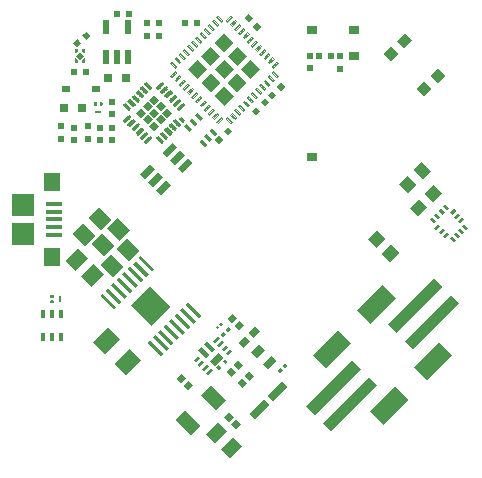
<source format=gbr>
G04 EAGLE Gerber RS-274X export*
G75*
%MOMM*%
%FSLAX34Y34*%
%LPD*%
%INSolderpaste Top*%
%IPPOS*%
%AMOC8*
5,1,8,0,0,1.08239X$1,22.5*%
G01*
%ADD10R,0.800000X0.800000*%
%ADD11R,0.500000X0.500000*%
%ADD12R,0.600000X0.600000*%
%ADD13C,0.140000*%
%ADD14R,0.500000X0.500000*%
%ADD15C,0.101600*%
%ADD16R,1.143000X1.143000*%
%ADD17R,0.300000X0.660000*%
%ADD18R,0.800000X0.600000*%
%ADD19R,0.550000X1.200000*%
%ADD20R,0.508000X0.609600*%
%ADD21R,0.600000X0.254000*%
%ADD22R,0.350000X0.700000*%
%ADD23R,0.860000X0.800000*%
%ADD24R,0.482600X0.482600*%
%ADD25R,0.254000X0.600000*%
%ADD26R,0.600000X0.600000*%
%ADD27R,0.660400X0.965200*%
%ADD28R,0.200000X0.200000*%
%ADD29R,0.558800X0.609600*%
%ADD30R,0.600000X0.800000*%
%ADD31R,0.355600X0.330200*%
%ADD32R,1.117600X1.803400*%
%ADD33R,0.711200X1.752600*%
%ADD34R,1.117600X1.447800*%
%ADD35R,0.550000X0.250000*%
%ADD36R,0.300000X1.600000*%
%ADD37R,2.310000X2.460000*%
%ADD38R,1.400000X1.800000*%
%ADD39R,1.240000X1.500000*%
%ADD40R,0.475000X0.250000*%
%ADD41R,1.075000X1.000000*%
%ADD42R,1.000000X1.100000*%
%ADD43R,0.900000X0.900000*%
%ADD44R,1.000000X5.500000*%
%ADD45R,1.600000X3.000000*%
%ADD46R,1.350000X0.400000*%
%ADD47R,1.400000X1.600000*%
%ADD48R,1.900000X1.900000*%

G36*
X186460Y-143124D02*
X186460Y-143124D01*
X186462Y-143125D01*
X186545Y-143088D01*
X193616Y-136017D01*
X193617Y-136015D01*
X193619Y-136015D01*
X193635Y-135970D01*
X193653Y-135926D01*
X193652Y-135924D01*
X193653Y-135922D01*
X193616Y-135839D01*
X189940Y-132163D01*
X189938Y-132162D01*
X189937Y-132160D01*
X189892Y-132144D01*
X189848Y-132126D01*
X189846Y-132127D01*
X189844Y-132126D01*
X189761Y-132163D01*
X182690Y-139234D01*
X182689Y-139236D01*
X182687Y-139237D01*
X182671Y-139281D01*
X182653Y-139325D01*
X182654Y-139327D01*
X182653Y-139329D01*
X182690Y-139412D01*
X186366Y-143088D01*
X186368Y-143089D01*
X186369Y-143091D01*
X186414Y-143108D01*
X186458Y-143125D01*
X186460Y-143124D01*
G37*
G36*
X184162Y-131282D02*
X184162Y-131282D01*
X184164Y-131282D01*
X184247Y-131246D01*
X186723Y-128770D01*
X186723Y-128768D01*
X186725Y-128767D01*
X186742Y-128723D01*
X186760Y-128679D01*
X186759Y-128677D01*
X186759Y-128675D01*
X186723Y-128592D01*
X180218Y-122087D01*
X180216Y-122086D01*
X180215Y-122084D01*
X180170Y-122067D01*
X180126Y-122050D01*
X180124Y-122051D01*
X180122Y-122050D01*
X180039Y-122087D01*
X177564Y-124562D01*
X177563Y-124564D01*
X177561Y-124565D01*
X177544Y-124610D01*
X177527Y-124653D01*
X177528Y-124655D01*
X177527Y-124657D01*
X177564Y-124741D01*
X184069Y-131246D01*
X184071Y-131246D01*
X184071Y-131248D01*
X184116Y-131265D01*
X184160Y-131283D01*
X184162Y-131282D01*
G37*
G36*
X179213Y-136231D02*
X179213Y-136231D01*
X179215Y-136232D01*
X179298Y-136195D01*
X181773Y-133720D01*
X181774Y-133718D01*
X181776Y-133717D01*
X181792Y-133673D01*
X181810Y-133629D01*
X181809Y-133627D01*
X181810Y-133625D01*
X181773Y-133542D01*
X175268Y-127037D01*
X175266Y-127036D01*
X175265Y-127034D01*
X175220Y-127017D01*
X175176Y-127000D01*
X175174Y-127001D01*
X175172Y-127000D01*
X175089Y-127037D01*
X172614Y-129511D01*
X172613Y-129513D01*
X172611Y-129514D01*
X172595Y-129559D01*
X172577Y-129603D01*
X172578Y-129605D01*
X172577Y-129607D01*
X172614Y-129690D01*
X179119Y-136195D01*
X179121Y-136196D01*
X179122Y-136198D01*
X179167Y-136214D01*
X179211Y-136232D01*
X179213Y-136231D01*
G37*
G36*
X76944Y121479D02*
X76944Y121479D01*
X76944Y121480D01*
X76944Y125380D01*
X76941Y125384D01*
X76940Y125384D01*
X74340Y125384D01*
X74336Y125381D01*
X74336Y125380D01*
X74336Y122980D01*
X74337Y122979D01*
X74337Y122977D01*
X75837Y121477D01*
X75839Y121477D01*
X75840Y121476D01*
X76940Y121476D01*
X76944Y121479D01*
G37*
G36*
X76944Y113379D02*
X76944Y113379D01*
X76944Y113380D01*
X76944Y117280D01*
X76941Y117284D01*
X76940Y117284D01*
X75840Y117284D01*
X75839Y117283D01*
X75837Y117283D01*
X74337Y115783D01*
X74337Y115782D01*
X74336Y115781D01*
X74337Y115781D01*
X74336Y115780D01*
X74336Y113380D01*
X74339Y113376D01*
X74340Y113376D01*
X76940Y113376D01*
X76944Y113379D01*
G37*
G36*
X68942Y121477D02*
X68942Y121477D01*
X68943Y121477D01*
X70443Y122977D01*
X70443Y122979D01*
X70444Y122980D01*
X70444Y125380D01*
X70441Y125384D01*
X70440Y125384D01*
X67840Y125384D01*
X67836Y125381D01*
X67836Y125380D01*
X67836Y121480D01*
X67839Y121476D01*
X67840Y121476D01*
X68940Y121476D01*
X68942Y121477D01*
G37*
G36*
X70444Y113379D02*
X70444Y113379D01*
X70444Y113380D01*
X70444Y115780D01*
X70443Y115782D01*
X70443Y115783D01*
X68943Y117283D01*
X68941Y117283D01*
X68940Y117284D01*
X67840Y117284D01*
X67836Y117281D01*
X67836Y117280D01*
X67836Y113380D01*
X67839Y113376D01*
X67840Y113376D01*
X70440Y113376D01*
X70444Y113379D01*
G37*
G36*
X189857Y-146518D02*
X189857Y-146518D01*
X189859Y-146518D01*
X189943Y-146482D01*
X191708Y-144716D01*
X191709Y-144714D01*
X191711Y-144713D01*
X191727Y-144669D01*
X191745Y-144625D01*
X191744Y-144623D01*
X191745Y-144621D01*
X191708Y-144538D01*
X189728Y-142557D01*
X189726Y-142556D01*
X189725Y-142554D01*
X189680Y-142538D01*
X189636Y-142520D01*
X189634Y-142521D01*
X189632Y-142520D01*
X189549Y-142557D01*
X187784Y-144323D01*
X187783Y-144325D01*
X187781Y-144326D01*
X187764Y-144370D01*
X187747Y-144414D01*
X187748Y-144416D01*
X187747Y-144418D01*
X187784Y-144501D01*
X189764Y-146482D01*
X189766Y-146482D01*
X189767Y-146484D01*
X189811Y-146501D01*
X189855Y-146519D01*
X189857Y-146518D01*
G37*
G36*
X195159Y-141215D02*
X195159Y-141215D01*
X195161Y-141215D01*
X195244Y-141179D01*
X197011Y-139412D01*
X197012Y-139410D01*
X197014Y-139409D01*
X197030Y-139365D01*
X197048Y-139321D01*
X197047Y-139319D01*
X197048Y-139317D01*
X197011Y-139233D01*
X195032Y-137255D01*
X195030Y-137254D01*
X195029Y-137252D01*
X194985Y-137236D01*
X194941Y-137218D01*
X194939Y-137219D01*
X194937Y-137218D01*
X194854Y-137255D01*
X193087Y-139022D01*
X193086Y-139024D01*
X193084Y-139025D01*
X193068Y-139069D01*
X193050Y-139113D01*
X193051Y-139115D01*
X193050Y-139117D01*
X193087Y-139200D01*
X195066Y-141179D01*
X195068Y-141179D01*
X195069Y-141181D01*
X195113Y-141198D01*
X195157Y-141216D01*
X195159Y-141215D01*
G37*
G36*
X90885Y77179D02*
X90885Y77179D01*
X91076Y77217D01*
X91077Y77218D01*
X91078Y77218D01*
X91240Y77326D01*
X91241Y77328D01*
X91242Y77328D01*
X91350Y77490D01*
X91350Y77491D01*
X91351Y77492D01*
X91353Y77501D01*
X91356Y77516D01*
X91359Y77531D01*
X91361Y77541D01*
X91364Y77556D01*
X91367Y77571D01*
X91372Y77596D01*
X91374Y77611D01*
X91375Y77611D01*
X91374Y77611D01*
X91379Y77635D01*
X91379Y77636D01*
X91382Y77650D01*
X91385Y77665D01*
X91387Y77675D01*
X91389Y77683D01*
X91389Y77684D01*
X91389Y79684D01*
X91389Y79685D01*
X91351Y79876D01*
X91350Y79877D01*
X91350Y79878D01*
X91242Y80040D01*
X91241Y80041D01*
X91240Y80042D01*
X91078Y80150D01*
X91077Y80150D01*
X91076Y80151D01*
X90885Y80189D01*
X90884Y80189D01*
X89384Y80189D01*
X89383Y80189D01*
X89192Y80151D01*
X89191Y80150D01*
X89190Y80150D01*
X89028Y80042D01*
X89027Y80041D01*
X89026Y80040D01*
X88918Y79878D01*
X88918Y79877D01*
X88917Y79876D01*
X88915Y79863D01*
X88914Y79863D01*
X88915Y79863D01*
X88912Y79848D01*
X88910Y79838D01*
X88907Y79823D01*
X88904Y79808D01*
X88899Y79783D01*
X88896Y79768D01*
X88891Y79744D01*
X88891Y79743D01*
X88888Y79729D01*
X88885Y79714D01*
X88883Y79704D01*
X88880Y79689D01*
X88879Y79685D01*
X88879Y79684D01*
X88879Y77684D01*
X88879Y77683D01*
X88917Y77492D01*
X88918Y77491D01*
X88918Y77490D01*
X89026Y77328D01*
X89028Y77327D01*
X89028Y77326D01*
X89190Y77218D01*
X89191Y77218D01*
X89192Y77217D01*
X89383Y77179D01*
X89384Y77179D01*
X90884Y77179D01*
X90885Y77179D01*
G37*
G36*
X86385Y77179D02*
X86385Y77179D01*
X86576Y77217D01*
X86577Y77218D01*
X86578Y77218D01*
X86740Y77326D01*
X86741Y77328D01*
X86742Y77328D01*
X86850Y77490D01*
X86850Y77491D01*
X86851Y77492D01*
X86853Y77501D01*
X86856Y77516D01*
X86859Y77531D01*
X86861Y77541D01*
X86864Y77556D01*
X86867Y77571D01*
X86872Y77596D01*
X86874Y77611D01*
X86875Y77611D01*
X86874Y77611D01*
X86879Y77635D01*
X86879Y77636D01*
X86882Y77650D01*
X86885Y77665D01*
X86887Y77675D01*
X86889Y77683D01*
X86889Y77684D01*
X86889Y79684D01*
X86889Y79685D01*
X86851Y79876D01*
X86850Y79877D01*
X86850Y79878D01*
X86742Y80040D01*
X86741Y80041D01*
X86740Y80042D01*
X86578Y80150D01*
X86577Y80150D01*
X86576Y80151D01*
X86385Y80189D01*
X86384Y80189D01*
X84884Y80189D01*
X84883Y80189D01*
X84692Y80151D01*
X84691Y80150D01*
X84690Y80150D01*
X84528Y80042D01*
X84527Y80041D01*
X84526Y80040D01*
X84418Y79878D01*
X84418Y79877D01*
X84417Y79876D01*
X84415Y79863D01*
X84414Y79863D01*
X84415Y79863D01*
X84412Y79848D01*
X84410Y79838D01*
X84407Y79823D01*
X84404Y79808D01*
X84399Y79783D01*
X84396Y79768D01*
X84391Y79744D01*
X84391Y79743D01*
X84388Y79729D01*
X84385Y79714D01*
X84383Y79704D01*
X84380Y79689D01*
X84379Y79685D01*
X84379Y79684D01*
X84379Y77684D01*
X84379Y77683D01*
X84417Y77492D01*
X84418Y77491D01*
X84418Y77490D01*
X84526Y77328D01*
X84528Y77327D01*
X84528Y77326D01*
X84690Y77218D01*
X84691Y77218D01*
X84692Y77217D01*
X84883Y77179D01*
X84884Y77179D01*
X86384Y77179D01*
X86385Y77179D01*
G37*
G36*
X49570Y-85619D02*
X49570Y-85619D01*
X49571Y-85619D01*
X49762Y-85581D01*
X49763Y-85580D01*
X49764Y-85580D01*
X49926Y-85472D01*
X49927Y-85471D01*
X49928Y-85470D01*
X50036Y-85308D01*
X50036Y-85307D01*
X50037Y-85306D01*
X50040Y-85290D01*
X50041Y-85285D01*
X50046Y-85260D01*
X50047Y-85255D01*
X50052Y-85230D01*
X50057Y-85205D01*
X50058Y-85200D01*
X50063Y-85175D01*
X50064Y-85170D01*
X50069Y-85145D01*
X50070Y-85140D01*
X50075Y-85115D01*
X50075Y-85114D01*
X50075Y-83614D01*
X50075Y-83613D01*
X50037Y-83422D01*
X50036Y-83421D01*
X50036Y-83420D01*
X49928Y-83258D01*
X49927Y-83257D01*
X49926Y-83256D01*
X49764Y-83148D01*
X49763Y-83148D01*
X49762Y-83147D01*
X49571Y-83109D01*
X49570Y-83109D01*
X47570Y-83109D01*
X47569Y-83109D01*
X47378Y-83147D01*
X47377Y-83148D01*
X47376Y-83148D01*
X47214Y-83256D01*
X47213Y-83258D01*
X47212Y-83258D01*
X47104Y-83420D01*
X47104Y-83421D01*
X47103Y-83422D01*
X47102Y-83428D01*
X47101Y-83433D01*
X47096Y-83458D01*
X47091Y-83483D01*
X47090Y-83488D01*
X47085Y-83513D01*
X47084Y-83518D01*
X47079Y-83543D01*
X47078Y-83548D01*
X47073Y-83573D01*
X47072Y-83578D01*
X47067Y-83603D01*
X47065Y-83613D01*
X47065Y-83614D01*
X47065Y-85114D01*
X47065Y-85115D01*
X47103Y-85306D01*
X47104Y-85307D01*
X47104Y-85308D01*
X47212Y-85470D01*
X47214Y-85471D01*
X47214Y-85472D01*
X47376Y-85580D01*
X47377Y-85580D01*
X47378Y-85581D01*
X47569Y-85619D01*
X47570Y-85619D01*
X49570Y-85619D01*
X49570Y-85619D01*
G37*
G36*
X49570Y-90119D02*
X49570Y-90119D01*
X49571Y-90119D01*
X49762Y-90081D01*
X49763Y-90080D01*
X49764Y-90080D01*
X49926Y-89972D01*
X49927Y-89971D01*
X49928Y-89970D01*
X50036Y-89808D01*
X50036Y-89807D01*
X50037Y-89806D01*
X50040Y-89790D01*
X50041Y-89785D01*
X50046Y-89760D01*
X50047Y-89755D01*
X50052Y-89730D01*
X50057Y-89705D01*
X50058Y-89700D01*
X50063Y-89675D01*
X50064Y-89670D01*
X50069Y-89645D01*
X50070Y-89640D01*
X50075Y-89615D01*
X50075Y-89614D01*
X50075Y-88114D01*
X50075Y-88113D01*
X50037Y-87922D01*
X50036Y-87921D01*
X50036Y-87920D01*
X49928Y-87758D01*
X49927Y-87757D01*
X49926Y-87756D01*
X49764Y-87648D01*
X49763Y-87648D01*
X49762Y-87647D01*
X49571Y-87609D01*
X49570Y-87609D01*
X47570Y-87609D01*
X47569Y-87609D01*
X47378Y-87647D01*
X47377Y-87648D01*
X47376Y-87648D01*
X47214Y-87756D01*
X47213Y-87758D01*
X47212Y-87758D01*
X47104Y-87920D01*
X47104Y-87921D01*
X47103Y-87922D01*
X47102Y-87928D01*
X47101Y-87933D01*
X47096Y-87958D01*
X47091Y-87983D01*
X47090Y-87988D01*
X47085Y-88013D01*
X47084Y-88018D01*
X47079Y-88043D01*
X47078Y-88048D01*
X47073Y-88073D01*
X47072Y-88078D01*
X47067Y-88103D01*
X47065Y-88113D01*
X47065Y-88114D01*
X47065Y-89614D01*
X47065Y-89615D01*
X47103Y-89806D01*
X47104Y-89807D01*
X47104Y-89808D01*
X47212Y-89970D01*
X47214Y-89971D01*
X47214Y-89972D01*
X47376Y-90080D01*
X47377Y-90080D01*
X47378Y-90081D01*
X47569Y-90119D01*
X47570Y-90119D01*
X49570Y-90119D01*
X49570Y-90119D01*
G37*
D10*
X58724Y75184D03*
X73964Y75184D03*
D11*
G36*
X74428Y136913D02*
X78329Y140040D01*
X81456Y136139D01*
X77555Y133012D01*
X74428Y136913D01*
G37*
G36*
X66499Y130561D02*
X70400Y133688D01*
X73527Y129787D01*
X69626Y126660D01*
X66499Y130561D01*
G37*
G36*
X193745Y48605D02*
X190210Y45070D01*
X186675Y48605D01*
X190210Y52140D01*
X193745Y48605D01*
G37*
G36*
X200929Y55789D02*
X197394Y52254D01*
X193859Y55789D01*
X197394Y59324D01*
X200929Y55789D01*
G37*
D12*
G36*
X124196Y66878D02*
X119954Y71120D01*
X124196Y75362D01*
X128438Y71120D01*
X124196Y66878D01*
G37*
G36*
X135128Y66878D02*
X130886Y71120D01*
X135128Y75362D01*
X139370Y71120D01*
X135128Y66878D01*
G37*
G36*
X129662Y72344D02*
X125420Y76586D01*
X129662Y80828D01*
X133904Y76586D01*
X129662Y72344D01*
G37*
G36*
X135128Y77810D02*
X130886Y82052D01*
X135128Y86294D01*
X139370Y82052D01*
X135128Y77810D01*
G37*
G36*
X146060Y66878D02*
X141818Y71120D01*
X146060Y75362D01*
X150302Y71120D01*
X146060Y66878D01*
G37*
G36*
X135128Y55946D02*
X130886Y60188D01*
X135128Y64430D01*
X139370Y60188D01*
X135128Y55946D01*
G37*
G36*
X140594Y61412D02*
X136352Y65654D01*
X140594Y69896D01*
X144836Y65654D01*
X140594Y61412D01*
G37*
G36*
X140594Y72344D02*
X136352Y76586D01*
X140594Y80828D01*
X144836Y76586D01*
X140594Y72344D01*
G37*
G36*
X129662Y61412D02*
X125420Y65654D01*
X129662Y69896D01*
X133904Y65654D01*
X129662Y61412D01*
G37*
D13*
X132651Y92264D02*
X128433Y96482D01*
X132651Y92264D02*
X131661Y91274D01*
X127443Y95492D01*
X128433Y96482D01*
X130331Y92604D02*
X132311Y92604D01*
X130981Y93934D02*
X129001Y93934D01*
X129651Y95264D02*
X127671Y95264D01*
X124898Y92947D02*
X129116Y88729D01*
X128126Y87739D01*
X123908Y91957D01*
X124898Y92947D01*
X126796Y89069D02*
X128776Y89069D01*
X127446Y90399D02*
X125466Y90399D01*
X126116Y91729D02*
X124136Y91729D01*
X121362Y89411D02*
X125580Y85193D01*
X124590Y84203D01*
X120372Y88421D01*
X121362Y89411D01*
X123260Y85533D02*
X125240Y85533D01*
X123910Y86863D02*
X121930Y86863D01*
X122580Y88193D02*
X120600Y88193D01*
X117827Y85876D02*
X122045Y81658D01*
X121055Y80668D01*
X116837Y84886D01*
X117827Y85876D01*
X119725Y81998D02*
X121705Y81998D01*
X120375Y83328D02*
X118395Y83328D01*
X119045Y84658D02*
X117065Y84658D01*
X114291Y82340D02*
X118509Y78122D01*
X117519Y77132D01*
X113301Y81350D01*
X114291Y82340D01*
X116189Y78462D02*
X118169Y78462D01*
X116839Y79792D02*
X114859Y79792D01*
X115509Y81122D02*
X113529Y81122D01*
X110756Y78805D02*
X114974Y74587D01*
X113984Y73597D01*
X109766Y77815D01*
X110756Y78805D01*
X112654Y74927D02*
X114634Y74927D01*
X113304Y76257D02*
X111324Y76257D01*
X111974Y77587D02*
X109994Y77587D01*
X114974Y67653D02*
X110756Y63435D01*
X109766Y64425D01*
X113984Y68643D01*
X114974Y67653D01*
X112086Y64765D02*
X110106Y64765D01*
X111436Y66095D02*
X113416Y66095D01*
X112766Y67425D02*
X114746Y67425D01*
X118509Y64118D02*
X114291Y59900D01*
X113301Y60890D01*
X117519Y65108D01*
X118509Y64118D01*
X115621Y61230D02*
X113641Y61230D01*
X114971Y62560D02*
X116951Y62560D01*
X116301Y63890D02*
X118281Y63890D01*
X122045Y60582D02*
X117827Y56364D01*
X116837Y57354D01*
X121055Y61572D01*
X122045Y60582D01*
X119157Y57694D02*
X117177Y57694D01*
X118507Y59024D02*
X120487Y59024D01*
X119837Y60354D02*
X121817Y60354D01*
X125580Y57047D02*
X121362Y52829D01*
X120372Y53819D01*
X124590Y58037D01*
X125580Y57047D01*
X122692Y54159D02*
X120712Y54159D01*
X122042Y55489D02*
X124022Y55489D01*
X123372Y56819D02*
X125352Y56819D01*
X129116Y53511D02*
X124898Y49293D01*
X123908Y50283D01*
X128126Y54501D01*
X129116Y53511D01*
X126228Y50623D02*
X124248Y50623D01*
X125578Y51953D02*
X127558Y51953D01*
X126908Y53283D02*
X128888Y53283D01*
X132651Y49976D02*
X128433Y45758D01*
X127443Y46748D01*
X131661Y50966D01*
X132651Y49976D01*
X129763Y47088D02*
X127783Y47088D01*
X129113Y48418D02*
X131093Y48418D01*
X130443Y49748D02*
X132423Y49748D01*
X137605Y49976D02*
X141823Y45758D01*
X137605Y49976D02*
X138595Y50966D01*
X142813Y46748D01*
X141823Y45758D01*
X142473Y47088D02*
X140493Y47088D01*
X141143Y48418D02*
X139163Y48418D01*
X139813Y49748D02*
X137833Y49748D01*
X141140Y53511D02*
X145358Y49293D01*
X141140Y53511D02*
X142130Y54501D01*
X146348Y50283D01*
X145358Y49293D01*
X146008Y50623D02*
X144028Y50623D01*
X144678Y51953D02*
X142698Y51953D01*
X143348Y53283D02*
X141368Y53283D01*
X144676Y57047D02*
X148894Y52829D01*
X144676Y57047D02*
X145666Y58037D01*
X149884Y53819D01*
X148894Y52829D01*
X149544Y54159D02*
X147564Y54159D01*
X148214Y55489D02*
X146234Y55489D01*
X146884Y56819D02*
X144904Y56819D01*
X148211Y60582D02*
X152429Y56364D01*
X148211Y60582D02*
X149201Y61572D01*
X153419Y57354D01*
X152429Y56364D01*
X153079Y57694D02*
X151099Y57694D01*
X151749Y59024D02*
X149769Y59024D01*
X150419Y60354D02*
X148439Y60354D01*
X151747Y64118D02*
X155965Y59900D01*
X151747Y64118D02*
X152737Y65108D01*
X156955Y60890D01*
X155965Y59900D01*
X156615Y61230D02*
X154635Y61230D01*
X155285Y62560D02*
X153305Y62560D01*
X153955Y63890D02*
X151975Y63890D01*
X157168Y65767D02*
X159410Y63525D01*
X157168Y65767D02*
X158158Y66757D01*
X160400Y64515D01*
X159410Y63525D01*
X160060Y64855D02*
X158080Y64855D01*
X157586Y66185D02*
X158730Y66185D01*
X155282Y74587D02*
X159500Y78805D01*
X160490Y77815D01*
X156272Y73597D01*
X155282Y74587D01*
X155622Y74927D02*
X157602Y74927D01*
X156952Y76257D02*
X158932Y76257D01*
X158282Y77587D02*
X160262Y77587D01*
X155965Y82340D02*
X151747Y78122D01*
X155965Y82340D02*
X156955Y81350D01*
X152737Y77132D01*
X151747Y78122D01*
X152087Y78462D02*
X154067Y78462D01*
X153417Y79792D02*
X155397Y79792D01*
X154747Y81122D02*
X156727Y81122D01*
X152429Y85876D02*
X148211Y81658D01*
X152429Y85876D02*
X153419Y84886D01*
X149201Y80668D01*
X148211Y81658D01*
X148551Y81998D02*
X150531Y81998D01*
X149881Y83328D02*
X151861Y83328D01*
X151211Y84658D02*
X153191Y84658D01*
X148894Y89411D02*
X144676Y85193D01*
X148894Y89411D02*
X149884Y88421D01*
X145666Y84203D01*
X144676Y85193D01*
X145016Y85533D02*
X146996Y85533D01*
X146346Y86863D02*
X148326Y86863D01*
X147676Y88193D02*
X149656Y88193D01*
X145358Y92947D02*
X141140Y88729D01*
X145358Y92947D02*
X146348Y91957D01*
X142130Y87739D01*
X141140Y88729D01*
X141480Y89069D02*
X143460Y89069D01*
X142810Y90399D02*
X144790Y90399D01*
X144140Y91729D02*
X146120Y91729D01*
X141823Y96482D02*
X137605Y92264D01*
X141823Y96482D02*
X142813Y95492D01*
X138595Y91274D01*
X137605Y92264D01*
X137945Y92604D02*
X139925Y92604D01*
X139275Y93934D02*
X141255Y93934D01*
X140605Y95264D02*
X142585Y95264D01*
D14*
X99060Y58420D03*
X99060Y48260D03*
X88900Y58420D03*
X88900Y48260D03*
D15*
X195866Y66231D02*
X199625Y62472D01*
X195866Y66231D02*
X197138Y67503D01*
X200897Y63745D01*
X199625Y62472D01*
X199907Y63462D02*
X196856Y66514D01*
X199401Y69766D02*
X203160Y66007D01*
X199401Y69766D02*
X200674Y71039D01*
X204433Y67280D01*
X203160Y66007D01*
X203443Y66997D02*
X200391Y70049D01*
X202937Y73302D02*
X206696Y69543D01*
X202937Y73302D02*
X204209Y74575D01*
X207968Y70816D01*
X206696Y69543D01*
X207158Y70353D02*
X203927Y73585D01*
X206472Y76837D02*
X210231Y73078D01*
X206472Y76837D02*
X207745Y78110D01*
X211504Y74351D01*
X210231Y73078D01*
X210514Y74068D02*
X207462Y77120D01*
X210008Y80373D02*
X213767Y76614D01*
X210008Y80373D02*
X211281Y81646D01*
X215040Y77887D01*
X213767Y76614D01*
X214050Y77604D02*
X210998Y80656D01*
X213543Y83908D02*
X217302Y80149D01*
X213543Y83908D02*
X214816Y85181D01*
X218575Y81422D01*
X217302Y80149D01*
X217585Y81139D02*
X214533Y84191D01*
X217079Y87444D02*
X220838Y83685D01*
X217079Y87444D02*
X218352Y88717D01*
X222111Y84958D01*
X220838Y83685D01*
X221121Y84675D02*
X218069Y87727D01*
X220614Y90979D02*
X224373Y87220D01*
X220614Y90979D02*
X221887Y92252D01*
X225646Y88493D01*
X224373Y87220D01*
X224656Y88210D02*
X221604Y91262D01*
X224150Y94515D02*
X227909Y90756D01*
X224150Y94515D02*
X225423Y95788D01*
X229182Y92029D01*
X227909Y90756D01*
X228371Y91566D02*
X225140Y94798D01*
X227685Y98051D02*
X231444Y94292D01*
X227685Y98051D02*
X228958Y99323D01*
X232717Y95564D01*
X231444Y94292D01*
X231727Y95281D02*
X228675Y98333D01*
X231221Y101586D02*
X234980Y97827D01*
X231221Y101586D02*
X232494Y102859D01*
X236253Y99100D01*
X234980Y97827D01*
X235263Y98817D02*
X232211Y101869D01*
X234757Y105122D02*
X238515Y101363D01*
X234757Y105122D02*
X236029Y106394D01*
X239788Y102635D01*
X238515Y101363D01*
X238978Y102173D02*
X235746Y105404D01*
X236029Y109506D02*
X239788Y113265D01*
X236029Y109506D02*
X234757Y110778D01*
X238515Y114537D01*
X239788Y113265D01*
X238798Y113547D02*
X235746Y110496D01*
X232494Y113041D02*
X236253Y116800D01*
X232494Y113041D02*
X231221Y114314D01*
X234980Y118073D01*
X236253Y116800D01*
X235263Y117083D02*
X232211Y114031D01*
X228958Y116577D02*
X232717Y120336D01*
X228958Y116577D02*
X227685Y117849D01*
X231444Y121608D01*
X232717Y120336D01*
X231727Y120619D02*
X228675Y117567D01*
X225423Y120112D02*
X229182Y123871D01*
X225423Y120112D02*
X224150Y121385D01*
X227909Y125144D01*
X229182Y123871D01*
X228192Y124154D02*
X225140Y121102D01*
X221887Y123648D02*
X225646Y127407D01*
X221887Y123648D02*
X220614Y124921D01*
X224373Y128680D01*
X225646Y127407D01*
X224836Y127869D02*
X221604Y124638D01*
X218352Y127183D02*
X222111Y130942D01*
X218352Y127183D02*
X217079Y128456D01*
X220838Y132215D01*
X222111Y130942D01*
X221121Y131225D02*
X218069Y128173D01*
X214816Y130719D02*
X218575Y134478D01*
X214816Y130719D02*
X213543Y131992D01*
X217302Y135751D01*
X218575Y134478D01*
X217585Y134761D02*
X214533Y131709D01*
X211281Y134254D02*
X215040Y138013D01*
X211281Y134254D02*
X210008Y135527D01*
X213767Y139286D01*
X215040Y138013D01*
X214050Y138296D02*
X210998Y135244D01*
X207745Y137790D02*
X211504Y141549D01*
X207745Y137790D02*
X206472Y139063D01*
X210231Y142822D01*
X211504Y141549D01*
X210514Y141832D02*
X207462Y138780D01*
X204209Y141325D02*
X207968Y145084D01*
X204209Y141325D02*
X202937Y142598D01*
X206696Y146357D01*
X207968Y145084D01*
X206979Y145367D02*
X203927Y142315D01*
X200674Y144861D02*
X204433Y148620D01*
X200674Y144861D02*
X199401Y146134D01*
X203160Y149893D01*
X204433Y148620D01*
X203443Y148903D02*
X200391Y145851D01*
X197138Y148397D02*
X200897Y152155D01*
X197138Y148397D02*
X195866Y149669D01*
X199625Y153428D01*
X200897Y152155D01*
X199907Y152438D02*
X196856Y149386D01*
X192754Y149669D02*
X188995Y153428D01*
X192754Y149669D02*
X191482Y148397D01*
X187723Y152155D01*
X188995Y153428D01*
X188713Y152438D02*
X191764Y149386D01*
X189219Y146134D02*
X185460Y149893D01*
X189219Y146134D02*
X187946Y144861D01*
X184187Y148620D01*
X185460Y149893D01*
X185177Y148903D02*
X188229Y145851D01*
X185683Y142598D02*
X181924Y146357D01*
X185683Y142598D02*
X184411Y141325D01*
X180652Y145084D01*
X181924Y146357D01*
X181641Y145367D02*
X184693Y142315D01*
X182148Y139063D02*
X178389Y142822D01*
X182148Y139063D02*
X180875Y137790D01*
X177116Y141549D01*
X178389Y142822D01*
X178106Y141832D02*
X181158Y138780D01*
X178612Y135527D02*
X174853Y139286D01*
X178612Y135527D02*
X177339Y134254D01*
X173580Y138013D01*
X174853Y139286D01*
X174570Y138296D02*
X177622Y135244D01*
X175077Y131992D02*
X171318Y135751D01*
X175077Y131992D02*
X173804Y130719D01*
X170045Y134478D01*
X171318Y135751D01*
X171035Y134761D02*
X174087Y131709D01*
X171541Y128456D02*
X167782Y132215D01*
X171541Y128456D02*
X170268Y127183D01*
X166509Y130942D01*
X167782Y132215D01*
X167499Y131225D02*
X170551Y128173D01*
X168006Y124921D02*
X164247Y128680D01*
X168006Y124921D02*
X166733Y123648D01*
X162974Y127407D01*
X164247Y128680D01*
X163964Y127690D02*
X167016Y124638D01*
X164470Y121385D02*
X160711Y125144D01*
X164470Y121385D02*
X163197Y120112D01*
X159438Y123871D01*
X160711Y125144D01*
X160428Y124154D02*
X163480Y121102D01*
X160935Y117849D02*
X157176Y121608D01*
X160935Y117849D02*
X159662Y116577D01*
X155903Y120336D01*
X157176Y121608D01*
X156713Y120798D02*
X159945Y117567D01*
X157399Y114314D02*
X153640Y118073D01*
X157399Y114314D02*
X156126Y113041D01*
X152367Y116800D01*
X153640Y118073D01*
X153357Y117083D02*
X156409Y114031D01*
X153863Y110778D02*
X150105Y114537D01*
X153863Y110778D02*
X152591Y109506D01*
X148832Y113265D01*
X150105Y114537D01*
X149822Y113547D02*
X152874Y110496D01*
X152591Y106394D02*
X148832Y102635D01*
X152591Y106394D02*
X153863Y105122D01*
X150105Y101363D01*
X148832Y102635D01*
X149822Y102353D02*
X152874Y105404D01*
X156126Y102859D02*
X152367Y99100D01*
X156126Y102859D02*
X157399Y101586D01*
X153640Y97827D01*
X152367Y99100D01*
X153537Y98997D02*
X156409Y101869D01*
X159662Y99323D02*
X155903Y95564D01*
X159662Y99323D02*
X160935Y98051D01*
X157176Y94292D01*
X155903Y95564D01*
X156893Y95281D02*
X159945Y98333D01*
X163197Y95788D02*
X159438Y92029D01*
X163197Y95788D02*
X164470Y94515D01*
X160711Y90756D01*
X159438Y92029D01*
X160428Y91746D02*
X163480Y94798D01*
X166733Y92252D02*
X162974Y88493D01*
X166733Y92252D02*
X168006Y90979D01*
X164247Y87220D01*
X162974Y88493D01*
X163964Y88210D02*
X167016Y91262D01*
X170268Y88717D02*
X166509Y84958D01*
X170268Y88717D02*
X171541Y87444D01*
X167782Y83685D01*
X166509Y84958D01*
X167499Y84675D02*
X170551Y87727D01*
X173804Y85181D02*
X170045Y81422D01*
X173804Y85181D02*
X175077Y83908D01*
X171318Y80149D01*
X170045Y81422D01*
X170855Y80960D02*
X174087Y84191D01*
X177339Y81646D02*
X173580Y77887D01*
X177339Y81646D02*
X178612Y80373D01*
X174853Y76614D01*
X173580Y77887D01*
X174391Y77424D02*
X177622Y80656D01*
X180875Y78110D02*
X177116Y74351D01*
X180875Y78110D02*
X182148Y76837D01*
X178389Y73078D01*
X177116Y74351D01*
X178106Y74068D02*
X181158Y77120D01*
X184411Y74575D02*
X180652Y70816D01*
X184411Y74575D02*
X185683Y73302D01*
X181924Y69543D01*
X180652Y70816D01*
X181462Y70353D02*
X184693Y73585D01*
X187946Y71039D02*
X184187Y67280D01*
X187946Y71039D02*
X189219Y69766D01*
X185460Y66007D01*
X184187Y67280D01*
X185177Y66997D02*
X188229Y70049D01*
X191482Y67503D02*
X187705Y63727D01*
X191482Y67503D02*
X192754Y66231D01*
X188978Y62454D01*
X188341Y63090D01*
X187705Y63727D01*
X188341Y63090D02*
X191764Y66514D01*
D16*
G36*
X194310Y93581D02*
X202392Y85499D01*
X194310Y77417D01*
X186228Y85499D01*
X194310Y93581D01*
G37*
G36*
X171859Y116032D02*
X179941Y107950D01*
X171859Y99868D01*
X163777Y107950D01*
X171859Y116032D01*
G37*
G36*
X183085Y104807D02*
X191167Y96725D01*
X183085Y88643D01*
X175003Y96725D01*
X183085Y104807D01*
G37*
G36*
X194310Y138483D02*
X202392Y130401D01*
X194310Y122319D01*
X186228Y130401D01*
X194310Y138483D01*
G37*
G36*
X216761Y116032D02*
X224843Y107950D01*
X216761Y99868D01*
X208679Y107950D01*
X216761Y116032D01*
G37*
G36*
X205535Y127257D02*
X213617Y119175D01*
X205535Y111093D01*
X197453Y119175D01*
X205535Y127257D01*
G37*
G36*
X205535Y104807D02*
X213617Y96725D01*
X205535Y88643D01*
X197453Y96725D01*
X205535Y104807D01*
G37*
G36*
X194310Y116032D02*
X202392Y107950D01*
X194310Y99868D01*
X186228Y107950D01*
X194310Y116032D01*
G37*
G36*
X183085Y127257D02*
X191167Y119175D01*
X183085Y111093D01*
X175003Y119175D01*
X183085Y127257D01*
G37*
D11*
G36*
X225114Y72862D02*
X221579Y69327D01*
X218044Y72862D01*
X221579Y76397D01*
X225114Y72862D01*
G37*
G36*
X232298Y80046D02*
X228763Y76511D01*
X225228Y80046D01*
X228763Y83581D01*
X232298Y80046D01*
G37*
D17*
G36*
X176046Y66472D02*
X173924Y64350D01*
X169258Y69016D01*
X171380Y71138D01*
X176046Y66472D01*
G37*
G36*
X171450Y61875D02*
X169328Y59753D01*
X164662Y64419D01*
X166784Y66541D01*
X171450Y61875D01*
G37*
G36*
X166854Y57279D02*
X164732Y55157D01*
X160066Y59823D01*
X162188Y61945D01*
X166854Y57279D01*
G37*
G36*
X173077Y46812D02*
X175199Y48934D01*
X179865Y44268D01*
X177743Y42146D01*
X173077Y46812D01*
G37*
G36*
X177673Y51409D02*
X179795Y53531D01*
X184461Y48865D01*
X182339Y46743D01*
X177673Y51409D01*
G37*
G36*
X182269Y56005D02*
X184391Y58127D01*
X189057Y53461D01*
X186935Y51339D01*
X182269Y56005D01*
G37*
D11*
G36*
X238563Y93508D02*
X242098Y97043D01*
X245633Y93508D01*
X242098Y89973D01*
X238563Y93508D01*
G37*
G36*
X231379Y86324D02*
X234914Y89859D01*
X238449Y86324D01*
X234914Y82789D01*
X231379Y86324D01*
G37*
D18*
X85779Y91186D03*
X60779Y91186D03*
D19*
X94132Y118190D03*
X103632Y118190D03*
X113132Y118190D03*
X113132Y144192D03*
X94132Y144192D03*
D14*
X67310Y58420D03*
X67310Y48260D03*
D10*
X111633Y100584D03*
X96393Y100584D03*
D14*
X103505Y154940D03*
X113665Y154940D03*
X274955Y119507D03*
X285115Y119507D03*
D20*
X55880Y49022D03*
X55880Y60198D03*
X78740Y49022D03*
X78740Y60198D03*
D14*
X129159Y136398D03*
X139319Y136398D03*
X139319Y147320D03*
X129159Y147320D03*
D21*
X87884Y71780D03*
D14*
X99060Y70104D03*
X99060Y80264D03*
X77470Y105410D03*
X67310Y105410D03*
D22*
X41268Y-99466D03*
X48768Y-99466D03*
X56268Y-99466D03*
X56268Y-118466D03*
X48768Y-118466D03*
X41268Y-118466D03*
D23*
X268650Y33972D03*
X268650Y140972D03*
X304350Y140972D03*
X304350Y118972D03*
D24*
G36*
X68978Y119380D02*
X72390Y122792D01*
X75802Y119380D01*
X72390Y115968D01*
X68978Y119380D01*
G37*
D11*
G36*
X215102Y147885D02*
X211567Y151420D01*
X215102Y154955D01*
X218637Y151420D01*
X215102Y147885D01*
G37*
G36*
X222286Y140701D02*
X218751Y144236D01*
X222286Y147771D01*
X225821Y144236D01*
X222286Y140701D01*
G37*
D25*
X55474Y-86614D03*
D14*
X171450Y147320D03*
X161290Y147320D03*
D26*
X292354Y108165D03*
X292354Y119165D03*
D14*
X267335Y119380D03*
X267335Y109220D03*
D27*
G36*
X234063Y-134410D02*
X238733Y-139080D01*
X231909Y-145904D01*
X227239Y-141234D01*
X234063Y-134410D01*
G37*
G36*
X224185Y-124532D02*
X228855Y-129202D01*
X222031Y-136026D01*
X217361Y-131356D01*
X224185Y-124532D01*
G37*
D28*
G36*
X188932Y-109111D02*
X190346Y-110525D01*
X188932Y-111939D01*
X187518Y-110525D01*
X188932Y-109111D01*
G37*
G36*
X191760Y-106283D02*
X193174Y-107697D01*
X191760Y-109111D01*
X190346Y-107697D01*
X191760Y-106283D01*
G37*
D29*
G36*
X204422Y-188246D02*
X208373Y-192197D01*
X204064Y-196506D01*
X200113Y-192555D01*
X204422Y-188246D01*
G37*
G36*
X198495Y-182319D02*
X202446Y-186270D01*
X198137Y-190579D01*
X194186Y-186628D01*
X198495Y-182319D01*
G37*
D30*
G36*
X212177Y-117897D02*
X216419Y-122139D01*
X210763Y-127795D01*
X206521Y-123553D01*
X212177Y-117897D01*
G37*
G36*
X220663Y-109412D02*
X224905Y-113654D01*
X219249Y-119310D01*
X215007Y-115068D01*
X220663Y-109412D01*
G37*
D31*
G36*
X243929Y-146849D02*
X241416Y-149362D01*
X239081Y-147027D01*
X241594Y-144514D01*
X243929Y-146849D01*
G37*
G36*
X248060Y-142718D02*
X245547Y-145231D01*
X243212Y-142896D01*
X245725Y-140383D01*
X248060Y-142718D01*
G37*
D32*
G36*
X174916Y-167517D02*
X182819Y-159614D01*
X195570Y-172365D01*
X187667Y-180268D01*
X174916Y-167517D01*
G37*
G36*
X153723Y-188710D02*
X161626Y-180807D01*
X174377Y-193558D01*
X166474Y-201461D01*
X153723Y-188710D01*
G37*
D33*
G36*
X228120Y-170998D02*
X233149Y-176027D01*
X220758Y-188418D01*
X215729Y-183389D01*
X228120Y-170998D01*
G37*
G36*
X243387Y-155731D02*
X248416Y-160760D01*
X236025Y-173151D01*
X230996Y-168122D01*
X243387Y-155731D01*
G37*
D29*
G36*
X204537Y-148188D02*
X200586Y-152139D01*
X196277Y-147830D01*
X200228Y-143879D01*
X204537Y-148188D01*
G37*
G36*
X210464Y-142261D02*
X206513Y-146212D01*
X202204Y-141903D01*
X206155Y-137952D01*
X210464Y-142261D01*
G37*
G36*
X163818Y-155580D02*
X167769Y-159531D01*
X163460Y-163840D01*
X159509Y-159889D01*
X163818Y-155580D01*
G37*
G36*
X157891Y-149653D02*
X161842Y-153604D01*
X157533Y-157913D01*
X153582Y-153962D01*
X157891Y-149653D01*
G37*
D34*
G36*
X201562Y-202932D02*
X209465Y-210835D01*
X199228Y-221072D01*
X191325Y-213169D01*
X201562Y-202932D01*
G37*
G36*
X188810Y-190180D02*
X196713Y-198083D01*
X186476Y-208320D01*
X178573Y-200417D01*
X188810Y-190180D01*
G37*
D31*
G36*
X195965Y-116348D02*
X193452Y-118861D01*
X191117Y-116526D01*
X193630Y-114013D01*
X195965Y-116348D01*
G37*
G36*
X200096Y-112217D02*
X197583Y-114730D01*
X195248Y-112395D01*
X197761Y-109882D01*
X200096Y-112217D01*
G37*
D35*
G36*
X195685Y-132428D02*
X199573Y-128540D01*
X201341Y-130308D01*
X197453Y-134196D01*
X195685Y-132428D01*
G37*
G36*
X192149Y-128893D02*
X196037Y-125005D01*
X197805Y-126773D01*
X193917Y-130661D01*
X192149Y-128893D01*
G37*
G36*
X188614Y-125357D02*
X192502Y-121469D01*
X194270Y-123237D01*
X190382Y-127125D01*
X188614Y-125357D01*
G37*
G36*
X185078Y-121822D02*
X188966Y-117934D01*
X190734Y-119702D01*
X186846Y-123590D01*
X185078Y-121822D01*
G37*
G36*
X168461Y-138439D02*
X172349Y-134551D01*
X174117Y-136319D01*
X170229Y-140207D01*
X168461Y-138439D01*
G37*
G36*
X171997Y-141974D02*
X175885Y-138086D01*
X177653Y-139854D01*
X173765Y-143742D01*
X171997Y-141974D01*
G37*
G36*
X175532Y-145510D02*
X179420Y-141622D01*
X181188Y-143390D01*
X177300Y-147278D01*
X175532Y-145510D01*
G37*
G36*
X179068Y-149045D02*
X182956Y-145157D01*
X184724Y-146925D01*
X180836Y-150813D01*
X179068Y-149045D01*
G37*
D29*
G36*
X213856Y-157581D02*
X209905Y-161532D01*
X205596Y-157223D01*
X209547Y-153272D01*
X213856Y-157581D01*
G37*
G36*
X219783Y-151654D02*
X215832Y-155605D01*
X211523Y-151296D01*
X215474Y-147345D01*
X219783Y-151654D01*
G37*
G36*
X206874Y-104720D02*
X210825Y-108671D01*
X206516Y-112980D01*
X202565Y-109029D01*
X206874Y-104720D01*
G37*
G36*
X200947Y-98793D02*
X204898Y-102744D01*
X200589Y-107053D01*
X196638Y-103102D01*
X200947Y-98793D01*
G37*
D36*
G36*
X142657Y-132749D02*
X140536Y-134870D01*
X129223Y-123557D01*
X131344Y-121436D01*
X142657Y-132749D01*
G37*
G36*
X147253Y-128153D02*
X145132Y-130274D01*
X133819Y-118961D01*
X135940Y-116840D01*
X147253Y-128153D01*
G37*
G36*
X151849Y-123557D02*
X149728Y-125678D01*
X138415Y-114365D01*
X140536Y-112244D01*
X151849Y-123557D01*
G37*
G36*
X156445Y-118961D02*
X154324Y-121082D01*
X143011Y-109769D01*
X145132Y-107648D01*
X156445Y-118961D01*
G37*
G36*
X161042Y-114365D02*
X158921Y-116486D01*
X147608Y-105173D01*
X149729Y-103052D01*
X161042Y-114365D01*
G37*
G36*
X165638Y-109768D02*
X163517Y-111889D01*
X152204Y-100576D01*
X154325Y-98455D01*
X165638Y-109768D01*
G37*
G36*
X170234Y-105172D02*
X168113Y-107293D01*
X156800Y-95980D01*
X158921Y-93859D01*
X170234Y-105172D01*
G37*
G36*
X174830Y-100576D02*
X172709Y-102697D01*
X161396Y-91384D01*
X163517Y-89263D01*
X174830Y-100576D01*
G37*
G36*
X135232Y-60978D02*
X133111Y-63099D01*
X121798Y-51786D01*
X123919Y-49665D01*
X135232Y-60978D01*
G37*
G36*
X130636Y-65574D02*
X128515Y-67695D01*
X117202Y-56382D01*
X119323Y-54261D01*
X130636Y-65574D01*
G37*
G36*
X126040Y-70170D02*
X123919Y-72291D01*
X112606Y-60978D01*
X114727Y-58857D01*
X126040Y-70170D01*
G37*
G36*
X121444Y-74767D02*
X119323Y-76888D01*
X108010Y-65575D01*
X110131Y-63454D01*
X121444Y-74767D01*
G37*
G36*
X116847Y-79363D02*
X114726Y-81484D01*
X103413Y-70171D01*
X105534Y-68050D01*
X116847Y-79363D01*
G37*
G36*
X112251Y-83959D02*
X110130Y-86080D01*
X98817Y-74767D01*
X100938Y-72646D01*
X112251Y-83959D01*
G37*
G36*
X107655Y-88555D02*
X105534Y-90676D01*
X94221Y-79363D01*
X96342Y-77242D01*
X107655Y-88555D01*
G37*
G36*
X103059Y-93151D02*
X100938Y-95272D01*
X89625Y-83959D01*
X91746Y-81838D01*
X103059Y-93151D01*
G37*
D37*
G36*
X149091Y-92798D02*
X132757Y-109132D01*
X115363Y-91738D01*
X131697Y-75404D01*
X149091Y-92798D01*
G37*
D38*
G36*
X111246Y-151065D02*
X101347Y-141166D01*
X114074Y-128439D01*
X123973Y-138338D01*
X111246Y-151065D01*
G37*
G36*
X93286Y-133105D02*
X83387Y-123206D01*
X96114Y-110479D01*
X106013Y-120378D01*
X93286Y-133105D01*
G37*
D39*
G36*
X83928Y-56673D02*
X92696Y-65441D01*
X82090Y-76047D01*
X73322Y-67279D01*
X83928Y-56673D01*
G37*
G36*
X70493Y-43238D02*
X79261Y-52006D01*
X68655Y-62612D01*
X59887Y-53844D01*
X70493Y-43238D01*
G37*
G36*
X109343Y-59199D02*
X100575Y-67967D01*
X89969Y-57361D01*
X98737Y-48593D01*
X109343Y-59199D01*
G37*
G36*
X122778Y-45764D02*
X114010Y-54532D01*
X103404Y-43926D01*
X112172Y-35158D01*
X122778Y-45764D01*
G37*
G36*
X101246Y-41557D02*
X92478Y-50325D01*
X81872Y-39719D01*
X90640Y-30951D01*
X101246Y-41557D01*
G37*
G36*
X114681Y-28122D02*
X105913Y-36890D01*
X95307Y-26284D01*
X104075Y-17516D01*
X114681Y-28122D01*
G37*
G36*
X79277Y-17631D02*
X88045Y-8863D01*
X98651Y-19469D01*
X89883Y-28237D01*
X79277Y-17631D01*
G37*
G36*
X65842Y-31066D02*
X74610Y-22298D01*
X85216Y-32904D01*
X76448Y-41672D01*
X65842Y-31066D01*
G37*
D19*
G36*
X163655Y32626D02*
X167544Y28737D01*
X159059Y20252D01*
X155170Y24141D01*
X163655Y32626D01*
G37*
G36*
X156938Y39343D02*
X160827Y35454D01*
X152342Y26969D01*
X148453Y30858D01*
X156938Y39343D01*
G37*
G36*
X150220Y46061D02*
X154109Y42172D01*
X145624Y33687D01*
X141735Y37576D01*
X150220Y46061D01*
G37*
G36*
X131835Y27676D02*
X135724Y23787D01*
X127239Y15302D01*
X123350Y19191D01*
X131835Y27676D01*
G37*
G36*
X138553Y20959D02*
X142442Y17070D01*
X133957Y8585D01*
X130068Y12474D01*
X138553Y20959D01*
G37*
G36*
X145270Y14241D02*
X149159Y10352D01*
X140674Y1867D01*
X136785Y5756D01*
X145270Y14241D01*
G37*
D40*
G36*
X387029Y-33279D02*
X390387Y-36637D01*
X388619Y-38405D01*
X385261Y-35047D01*
X387029Y-33279D01*
G37*
G36*
X390564Y-29743D02*
X393922Y-33101D01*
X392154Y-34869D01*
X388796Y-31511D01*
X390564Y-29743D01*
G37*
G36*
X394100Y-26208D02*
X397458Y-29566D01*
X395690Y-31334D01*
X392332Y-27976D01*
X394100Y-26208D01*
G37*
G36*
X397635Y-22672D02*
X400993Y-26030D01*
X399225Y-27798D01*
X395867Y-24440D01*
X397635Y-22672D01*
G37*
G36*
X392332Y-20197D02*
X395690Y-16839D01*
X397458Y-18607D01*
X394100Y-21965D01*
X392332Y-20197D01*
G37*
G36*
X388796Y-16661D02*
X392154Y-13303D01*
X393922Y-15071D01*
X390564Y-18429D01*
X388796Y-16661D01*
G37*
G36*
X385261Y-13126D02*
X388619Y-9768D01*
X390387Y-11536D01*
X387029Y-14894D01*
X385261Y-13126D01*
G37*
G36*
X382785Y-11358D02*
X379427Y-8000D01*
X381195Y-6232D01*
X384553Y-9590D01*
X382785Y-11358D01*
G37*
G36*
X379249Y-14894D02*
X375891Y-11536D01*
X377659Y-9768D01*
X381017Y-13126D01*
X379249Y-14894D01*
G37*
G36*
X375714Y-18429D02*
X372356Y-15071D01*
X374124Y-13303D01*
X377482Y-16661D01*
X375714Y-18429D01*
G37*
G36*
X372178Y-21965D02*
X368820Y-18607D01*
X370588Y-16839D01*
X373946Y-20197D01*
X372178Y-21965D01*
G37*
G36*
X377482Y-24440D02*
X374124Y-27798D01*
X372356Y-26030D01*
X375714Y-22672D01*
X377482Y-24440D01*
G37*
G36*
X381017Y-27976D02*
X377659Y-31334D01*
X375891Y-29566D01*
X379249Y-26208D01*
X381017Y-27976D01*
G37*
G36*
X384553Y-31511D02*
X381195Y-34869D01*
X379427Y-33101D01*
X382785Y-29743D01*
X384553Y-31511D01*
G37*
D41*
G36*
X366451Y-8920D02*
X358850Y-16521D01*
X351779Y-9450D01*
X359380Y-1849D01*
X366451Y-8920D01*
G37*
G36*
X378471Y3100D02*
X370870Y-4501D01*
X363799Y2570D01*
X371400Y10171D01*
X378471Y3100D01*
G37*
D42*
G36*
X357407Y10029D02*
X350336Y2958D01*
X342559Y10735D01*
X349630Y17806D01*
X357407Y10029D01*
G37*
G36*
X369428Y22050D02*
X362357Y14979D01*
X354580Y22756D01*
X361651Y29827D01*
X369428Y22050D01*
G37*
G36*
X323072Y-43013D02*
X316001Y-35942D01*
X323778Y-28165D01*
X330849Y-35236D01*
X323072Y-43013D01*
G37*
G36*
X335093Y-55034D02*
X328022Y-47963D01*
X335799Y-40186D01*
X342870Y-47257D01*
X335093Y-55034D01*
G37*
D43*
G36*
X335709Y127572D02*
X341916Y121055D01*
X335399Y114848D01*
X329192Y121365D01*
X335709Y127572D01*
G37*
G36*
X347296Y138606D02*
X353503Y132089D01*
X346986Y125882D01*
X340779Y132399D01*
X347296Y138606D01*
G37*
G36*
X375570Y108915D02*
X381777Y102398D01*
X375260Y96191D01*
X369053Y102708D01*
X375570Y108915D01*
G37*
G36*
X363984Y97881D02*
X370191Y91364D01*
X363674Y85157D01*
X357467Y91674D01*
X363984Y97881D01*
G37*
D44*
G36*
X354408Y-129114D02*
X347337Y-122043D01*
X386226Y-83154D01*
X393297Y-90225D01*
X354408Y-129114D01*
G37*
G36*
X340266Y-114972D02*
X333195Y-107901D01*
X372084Y-69012D01*
X379155Y-76083D01*
X340266Y-114972D01*
G37*
D45*
G36*
X366429Y-155278D02*
X355115Y-143964D01*
X376327Y-122752D01*
X387641Y-134066D01*
X366429Y-155278D01*
G37*
G36*
X318345Y-107194D02*
X307031Y-95880D01*
X328243Y-74668D01*
X339557Y-85982D01*
X318345Y-107194D01*
G37*
D44*
G36*
X302765Y-138463D02*
X309836Y-145534D01*
X270947Y-184423D01*
X263876Y-177352D01*
X302765Y-138463D01*
G37*
G36*
X316907Y-152605D02*
X323978Y-159676D01*
X285089Y-198565D01*
X278018Y-191494D01*
X316907Y-152605D01*
G37*
D45*
G36*
X290744Y-112300D02*
X302058Y-123614D01*
X280846Y-144826D01*
X269532Y-133512D01*
X290744Y-112300D01*
G37*
G36*
X338827Y-160383D02*
X350141Y-171697D01*
X328929Y-192909D01*
X317615Y-181595D01*
X338827Y-160383D01*
G37*
D46*
X50563Y-6050D03*
X50563Y-12550D03*
X50563Y-19050D03*
X50563Y-25550D03*
X50563Y-32050D03*
D47*
X48313Y12950D03*
X48313Y-51050D03*
D48*
X23813Y-7050D03*
X23813Y-31050D03*
M02*

</source>
